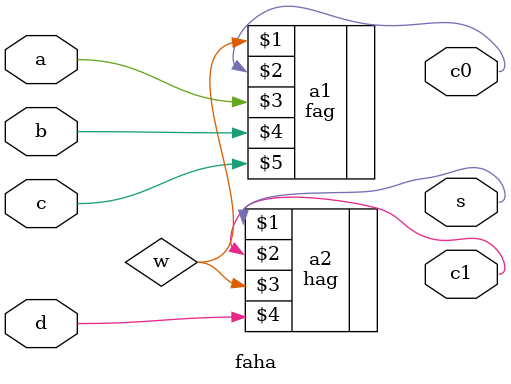
<source format=v>
`timescale 1 ns/1 ns
`include "fa.v"
`include "ha.v"
module faha(s,c0,c1,a,b,c,d);
input a,b,c,d;
output s,c0,c1;
wire w;
fag a1(w,c0,a,b,c);
hag a2(s,c1,w,d);
endmodule
/*
module faha_tb;
reg a,b,c,d;
wire s,c0,c1;
faha a3(s,c0,c1,a,b,c,d);
initial
repeat(100)
begin
a=$random;
b=$random;
c=$random;
d=$random;
#100;
end
endmodule
*/

</source>
